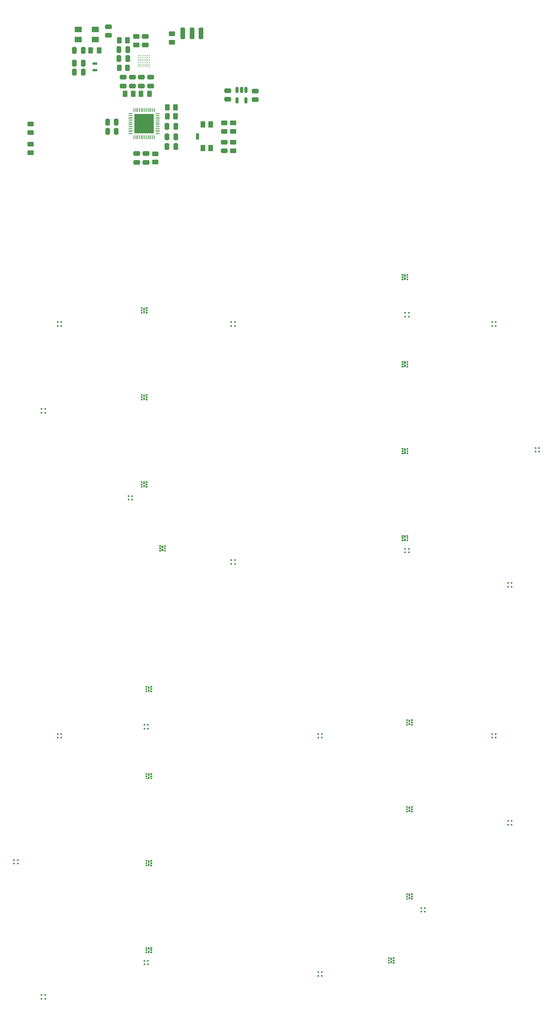
<source format=gbr>
%TF.GenerationSoftware,KiCad,Pcbnew,(6.0.6)*%
%TF.CreationDate,2022-09-03T22:19:59-07:00*%
%TF.ProjectId,NourK,4e6f7572-4b2e-46b6-9963-61645f706362,rev?*%
%TF.SameCoordinates,Original*%
%TF.FileFunction,Paste,Top*%
%TF.FilePolarity,Positive*%
%FSLAX46Y46*%
G04 Gerber Fmt 4.6, Leading zero omitted, Abs format (unit mm)*
G04 Created by KiCad (PCBNEW (6.0.6)) date 2022-09-03 22:19:59*
%MOMM*%
%LPD*%
G01*
G04 APERTURE LIST*
G04 Aperture macros list*
%AMRoundRect*
0 Rectangle with rounded corners*
0 $1 Rounding radius*
0 $2 $3 $4 $5 $6 $7 $8 $9 X,Y pos of 4 corners*
0 Add a 4 corners polygon primitive as box body*
4,1,4,$2,$3,$4,$5,$6,$7,$8,$9,$2,$3,0*
0 Add four circle primitives for the rounded corners*
1,1,$1+$1,$2,$3*
1,1,$1+$1,$4,$5*
1,1,$1+$1,$6,$7*
1,1,$1+$1,$8,$9*
0 Add four rect primitives between the rounded corners*
20,1,$1+$1,$2,$3,$4,$5,0*
20,1,$1+$1,$4,$5,$6,$7,0*
20,1,$1+$1,$6,$7,$8,$9,0*
20,1,$1+$1,$8,$9,$2,$3,0*%
G04 Aperture macros list end*
%ADD10C,0.010000*%
%ADD11RoundRect,0.250000X-0.475000X0.250000X-0.475000X-0.250000X0.475000X-0.250000X0.475000X0.250000X0*%
%ADD12RoundRect,0.250000X0.262500X0.450000X-0.262500X0.450000X-0.262500X-0.450000X0.262500X-0.450000X0*%
%ADD13R,0.400000X0.400000*%
%ADD14RoundRect,0.250000X0.250000X0.475000X-0.250000X0.475000X-0.250000X-0.475000X0.250000X-0.475000X0*%
%ADD15RoundRect,0.250000X-0.262500X-0.450000X0.262500X-0.450000X0.262500X0.450000X-0.262500X0.450000X0*%
%ADD16RoundRect,0.250000X-0.450000X0.262500X-0.450000X-0.262500X0.450000X-0.262500X0.450000X0.262500X0*%
%ADD17RoundRect,0.250000X0.450000X-0.262500X0.450000X0.262500X-0.450000X0.262500X-0.450000X-0.262500X0*%
%ADD18R,0.650000X1.400000*%
%ADD19R,1.000000X1.450000*%
%ADD20R,1.600000X1.250000*%
%ADD21RoundRect,0.250000X0.250000X1.000000X-0.250000X1.000000X-0.250000X-1.000000X0.250000X-1.000000X0*%
%ADD22R,0.200000X0.850000*%
%ADD23R,0.850000X0.200000*%
%ADD24R,4.250000X4.250000*%
%ADD25R,1.100000X0.600000*%
%ADD26RoundRect,0.250000X0.475000X-0.250000X0.475000X0.250000X-0.475000X0.250000X-0.475000X-0.250000X0*%
%ADD27C,0.220000*%
%ADD28RoundRect,0.150000X-0.150000X0.512500X-0.150000X-0.512500X0.150000X-0.512500X0.150000X0.512500X0*%
G04 APERTURE END LIST*
%TO.C,D46*%
G36*
X82620000Y-173375000D02*
G01*
X82320000Y-173375000D01*
X82320000Y-173125000D01*
X82620000Y-173125000D01*
X82620000Y-173375000D01*
G37*
D10*
X82620000Y-173375000D02*
X82320000Y-173375000D01*
X82320000Y-173125000D01*
X82620000Y-173125000D01*
X82620000Y-173375000D01*
G36*
X83135000Y-172615000D02*
G01*
X82865000Y-172615000D01*
X82865000Y-172185000D01*
X83135000Y-172185000D01*
X83135000Y-172615000D01*
G37*
X83135000Y-172615000D02*
X82865000Y-172615000D01*
X82865000Y-172185000D01*
X83135000Y-172185000D01*
X83135000Y-172615000D01*
G36*
X82620000Y-172875000D02*
G01*
X82320000Y-172875000D01*
X82320000Y-172625000D01*
X82620000Y-172625000D01*
X82620000Y-172875000D01*
G37*
X82620000Y-172875000D02*
X82320000Y-172875000D01*
X82320000Y-172625000D01*
X82620000Y-172625000D01*
X82620000Y-172875000D01*
G36*
X83680000Y-172375000D02*
G01*
X83380000Y-172375000D01*
X83380000Y-172125000D01*
X83680000Y-172125000D01*
X83680000Y-172375000D01*
G37*
X83680000Y-172375000D02*
X83380000Y-172375000D01*
X83380000Y-172125000D01*
X83680000Y-172125000D01*
X83680000Y-172375000D01*
G36*
X83680000Y-172875000D02*
G01*
X83380000Y-172875000D01*
X83380000Y-172625000D01*
X83680000Y-172625000D01*
X83680000Y-172875000D01*
G37*
X83680000Y-172875000D02*
X83380000Y-172875000D01*
X83380000Y-172625000D01*
X83680000Y-172625000D01*
X83680000Y-172875000D01*
G36*
X83680000Y-173375000D02*
G01*
X83380000Y-173375000D01*
X83380000Y-173125000D01*
X83680000Y-173125000D01*
X83680000Y-173375000D01*
G37*
X83680000Y-173375000D02*
X83380000Y-173375000D01*
X83380000Y-173125000D01*
X83680000Y-173125000D01*
X83680000Y-173375000D01*
G36*
X83135000Y-173315000D02*
G01*
X82865000Y-173315000D01*
X82865000Y-172885000D01*
X83135000Y-172885000D01*
X83135000Y-173315000D01*
G37*
X83135000Y-173315000D02*
X82865000Y-173315000D01*
X82865000Y-172885000D01*
X83135000Y-172885000D01*
X83135000Y-173315000D01*
G36*
X82620000Y-172375000D02*
G01*
X82320000Y-172375000D01*
X82320000Y-172125000D01*
X82620000Y-172125000D01*
X82620000Y-172375000D01*
G37*
X82620000Y-172375000D02*
X82320000Y-172375000D01*
X82320000Y-172125000D01*
X82620000Y-172125000D01*
X82620000Y-172375000D01*
%TO.C,D49*%
G36*
X83135000Y-229615000D02*
G01*
X82865000Y-229615000D01*
X82865000Y-229185000D01*
X83135000Y-229185000D01*
X83135000Y-229615000D01*
G37*
X83135000Y-229615000D02*
X82865000Y-229615000D01*
X82865000Y-229185000D01*
X83135000Y-229185000D01*
X83135000Y-229615000D01*
G36*
X83680000Y-230375000D02*
G01*
X83380000Y-230375000D01*
X83380000Y-230125000D01*
X83680000Y-230125000D01*
X83680000Y-230375000D01*
G37*
X83680000Y-230375000D02*
X83380000Y-230375000D01*
X83380000Y-230125000D01*
X83680000Y-230125000D01*
X83680000Y-230375000D01*
G36*
X82620000Y-229875000D02*
G01*
X82320000Y-229875000D01*
X82320000Y-229625000D01*
X82620000Y-229625000D01*
X82620000Y-229875000D01*
G37*
X82620000Y-229875000D02*
X82320000Y-229875000D01*
X82320000Y-229625000D01*
X82620000Y-229625000D01*
X82620000Y-229875000D01*
G36*
X83680000Y-229375000D02*
G01*
X83380000Y-229375000D01*
X83380000Y-229125000D01*
X83680000Y-229125000D01*
X83680000Y-229375000D01*
G37*
X83680000Y-229375000D02*
X83380000Y-229375000D01*
X83380000Y-229125000D01*
X83680000Y-229125000D01*
X83680000Y-229375000D01*
G36*
X82620000Y-229375000D02*
G01*
X82320000Y-229375000D01*
X82320000Y-229125000D01*
X82620000Y-229125000D01*
X82620000Y-229375000D01*
G37*
X82620000Y-229375000D02*
X82320000Y-229375000D01*
X82320000Y-229125000D01*
X82620000Y-229125000D01*
X82620000Y-229375000D01*
G36*
X83680000Y-229875000D02*
G01*
X83380000Y-229875000D01*
X83380000Y-229625000D01*
X83680000Y-229625000D01*
X83680000Y-229875000D01*
G37*
X83680000Y-229875000D02*
X83380000Y-229875000D01*
X83380000Y-229625000D01*
X83680000Y-229625000D01*
X83680000Y-229875000D01*
G36*
X83135000Y-230315000D02*
G01*
X82865000Y-230315000D01*
X82865000Y-229885000D01*
X83135000Y-229885000D01*
X83135000Y-230315000D01*
G37*
X83135000Y-230315000D02*
X82865000Y-230315000D01*
X82865000Y-229885000D01*
X83135000Y-229885000D01*
X83135000Y-230315000D01*
G36*
X82620000Y-230375000D02*
G01*
X82320000Y-230375000D01*
X82320000Y-230125000D01*
X82620000Y-230125000D01*
X82620000Y-230375000D01*
G37*
X82620000Y-230375000D02*
X82320000Y-230375000D01*
X82320000Y-230125000D01*
X82620000Y-230125000D01*
X82620000Y-230375000D01*
%TO.C,D5*%
G36*
X81620000Y-90625000D02*
G01*
X81320000Y-90625000D01*
X81320000Y-90375000D01*
X81620000Y-90375000D01*
X81620000Y-90625000D01*
G37*
X81620000Y-90625000D02*
X81320000Y-90625000D01*
X81320000Y-90375000D01*
X81620000Y-90375000D01*
X81620000Y-90625000D01*
G36*
X82135000Y-89865000D02*
G01*
X81865000Y-89865000D01*
X81865000Y-89435000D01*
X82135000Y-89435000D01*
X82135000Y-89865000D01*
G37*
X82135000Y-89865000D02*
X81865000Y-89865000D01*
X81865000Y-89435000D01*
X82135000Y-89435000D01*
X82135000Y-89865000D01*
G36*
X82135000Y-90565000D02*
G01*
X81865000Y-90565000D01*
X81865000Y-90135000D01*
X82135000Y-90135000D01*
X82135000Y-90565000D01*
G37*
X82135000Y-90565000D02*
X81865000Y-90565000D01*
X81865000Y-90135000D01*
X82135000Y-90135000D01*
X82135000Y-90565000D01*
G36*
X81620000Y-89625000D02*
G01*
X81320000Y-89625000D01*
X81320000Y-89375000D01*
X81620000Y-89375000D01*
X81620000Y-89625000D01*
G37*
X81620000Y-89625000D02*
X81320000Y-89625000D01*
X81320000Y-89375000D01*
X81620000Y-89375000D01*
X81620000Y-89625000D01*
G36*
X82680000Y-90125000D02*
G01*
X82380000Y-90125000D01*
X82380000Y-89875000D01*
X82680000Y-89875000D01*
X82680000Y-90125000D01*
G37*
X82680000Y-90125000D02*
X82380000Y-90125000D01*
X82380000Y-89875000D01*
X82680000Y-89875000D01*
X82680000Y-90125000D01*
G36*
X81620000Y-90125000D02*
G01*
X81320000Y-90125000D01*
X81320000Y-89875000D01*
X81620000Y-89875000D01*
X81620000Y-90125000D01*
G37*
X81620000Y-90125000D02*
X81320000Y-90125000D01*
X81320000Y-89875000D01*
X81620000Y-89875000D01*
X81620000Y-90125000D01*
G36*
X82680000Y-90625000D02*
G01*
X82380000Y-90625000D01*
X82380000Y-90375000D01*
X82680000Y-90375000D01*
X82680000Y-90625000D01*
G37*
X82680000Y-90625000D02*
X82380000Y-90625000D01*
X82380000Y-90375000D01*
X82680000Y-90375000D01*
X82680000Y-90625000D01*
G36*
X82680000Y-89625000D02*
G01*
X82380000Y-89625000D01*
X82380000Y-89375000D01*
X82680000Y-89375000D01*
X82680000Y-89625000D01*
G37*
X82680000Y-89625000D02*
X82380000Y-89625000D01*
X82380000Y-89375000D01*
X82680000Y-89375000D01*
X82680000Y-89625000D01*
%TO.C,D43*%
G36*
X140680000Y-198625000D02*
G01*
X140380000Y-198625000D01*
X140380000Y-198375000D01*
X140680000Y-198375000D01*
X140680000Y-198625000D01*
G37*
X140680000Y-198625000D02*
X140380000Y-198625000D01*
X140380000Y-198375000D01*
X140680000Y-198375000D01*
X140680000Y-198625000D01*
G36*
X139620000Y-199125000D02*
G01*
X139320000Y-199125000D01*
X139320000Y-198875000D01*
X139620000Y-198875000D01*
X139620000Y-199125000D01*
G37*
X139620000Y-199125000D02*
X139320000Y-199125000D01*
X139320000Y-198875000D01*
X139620000Y-198875000D01*
X139620000Y-199125000D01*
G36*
X140680000Y-199125000D02*
G01*
X140380000Y-199125000D01*
X140380000Y-198875000D01*
X140680000Y-198875000D01*
X140680000Y-199125000D01*
G37*
X140680000Y-199125000D02*
X140380000Y-199125000D01*
X140380000Y-198875000D01*
X140680000Y-198875000D01*
X140680000Y-199125000D01*
G36*
X140135000Y-198865000D02*
G01*
X139865000Y-198865000D01*
X139865000Y-198435000D01*
X140135000Y-198435000D01*
X140135000Y-198865000D01*
G37*
X140135000Y-198865000D02*
X139865000Y-198865000D01*
X139865000Y-198435000D01*
X140135000Y-198435000D01*
X140135000Y-198865000D01*
G36*
X139620000Y-199625000D02*
G01*
X139320000Y-199625000D01*
X139320000Y-199375000D01*
X139620000Y-199375000D01*
X139620000Y-199625000D01*
G37*
X139620000Y-199625000D02*
X139320000Y-199625000D01*
X139320000Y-199375000D01*
X139620000Y-199375000D01*
X139620000Y-199625000D01*
G36*
X140680000Y-199625000D02*
G01*
X140380000Y-199625000D01*
X140380000Y-199375000D01*
X140680000Y-199375000D01*
X140680000Y-199625000D01*
G37*
X140680000Y-199625000D02*
X140380000Y-199625000D01*
X140380000Y-199375000D01*
X140680000Y-199375000D01*
X140680000Y-199625000D01*
G36*
X139620000Y-198625000D02*
G01*
X139320000Y-198625000D01*
X139320000Y-198375000D01*
X139620000Y-198375000D01*
X139620000Y-198625000D01*
G37*
X139620000Y-198625000D02*
X139320000Y-198625000D01*
X139320000Y-198375000D01*
X139620000Y-198375000D01*
X139620000Y-198625000D01*
G36*
X140135000Y-199565000D02*
G01*
X139865000Y-199565000D01*
X139865000Y-199135000D01*
X140135000Y-199135000D01*
X140135000Y-199565000D01*
G37*
X140135000Y-199565000D02*
X139865000Y-199565000D01*
X139865000Y-199135000D01*
X140135000Y-199135000D01*
X140135000Y-199565000D01*
%TO.C,D2*%
G36*
X138620000Y-101375000D02*
G01*
X138320000Y-101375000D01*
X138320000Y-101125000D01*
X138620000Y-101125000D01*
X138620000Y-101375000D01*
G37*
X138620000Y-101375000D02*
X138320000Y-101375000D01*
X138320000Y-101125000D01*
X138620000Y-101125000D01*
X138620000Y-101375000D01*
G36*
X139680000Y-101375000D02*
G01*
X139380000Y-101375000D01*
X139380000Y-101125000D01*
X139680000Y-101125000D01*
X139680000Y-101375000D01*
G37*
X139680000Y-101375000D02*
X139380000Y-101375000D01*
X139380000Y-101125000D01*
X139680000Y-101125000D01*
X139680000Y-101375000D01*
G36*
X139135000Y-101615000D02*
G01*
X138865000Y-101615000D01*
X138865000Y-101185000D01*
X139135000Y-101185000D01*
X139135000Y-101615000D01*
G37*
X139135000Y-101615000D02*
X138865000Y-101615000D01*
X138865000Y-101185000D01*
X139135000Y-101185000D01*
X139135000Y-101615000D01*
G36*
X139680000Y-102375000D02*
G01*
X139380000Y-102375000D01*
X139380000Y-102125000D01*
X139680000Y-102125000D01*
X139680000Y-102375000D01*
G37*
X139680000Y-102375000D02*
X139380000Y-102375000D01*
X139380000Y-102125000D01*
X139680000Y-102125000D01*
X139680000Y-102375000D01*
G36*
X139680000Y-101875000D02*
G01*
X139380000Y-101875000D01*
X139380000Y-101625000D01*
X139680000Y-101625000D01*
X139680000Y-101875000D01*
G37*
X139680000Y-101875000D02*
X139380000Y-101875000D01*
X139380000Y-101625000D01*
X139680000Y-101625000D01*
X139680000Y-101875000D01*
G36*
X138620000Y-101875000D02*
G01*
X138320000Y-101875000D01*
X138320000Y-101625000D01*
X138620000Y-101625000D01*
X138620000Y-101875000D01*
G37*
X138620000Y-101875000D02*
X138320000Y-101875000D01*
X138320000Y-101625000D01*
X138620000Y-101625000D01*
X138620000Y-101875000D01*
G36*
X138620000Y-102375000D02*
G01*
X138320000Y-102375000D01*
X138320000Y-102125000D01*
X138620000Y-102125000D01*
X138620000Y-102375000D01*
G37*
X138620000Y-102375000D02*
X138320000Y-102375000D01*
X138320000Y-102125000D01*
X138620000Y-102125000D01*
X138620000Y-102375000D01*
G36*
X139135000Y-102315000D02*
G01*
X138865000Y-102315000D01*
X138865000Y-101885000D01*
X139135000Y-101885000D01*
X139135000Y-102315000D01*
G37*
X139135000Y-102315000D02*
X138865000Y-102315000D01*
X138865000Y-101885000D01*
X139135000Y-101885000D01*
X139135000Y-102315000D01*
%TO.C,D4*%
G36*
X139135000Y-140315000D02*
G01*
X138865000Y-140315000D01*
X138865000Y-139885000D01*
X139135000Y-139885000D01*
X139135000Y-140315000D01*
G37*
X139135000Y-140315000D02*
X138865000Y-140315000D01*
X138865000Y-139885000D01*
X139135000Y-139885000D01*
X139135000Y-140315000D01*
G36*
X139680000Y-140375000D02*
G01*
X139380000Y-140375000D01*
X139380000Y-140125000D01*
X139680000Y-140125000D01*
X139680000Y-140375000D01*
G37*
X139680000Y-140375000D02*
X139380000Y-140375000D01*
X139380000Y-140125000D01*
X139680000Y-140125000D01*
X139680000Y-140375000D01*
G36*
X139680000Y-139375000D02*
G01*
X139380000Y-139375000D01*
X139380000Y-139125000D01*
X139680000Y-139125000D01*
X139680000Y-139375000D01*
G37*
X139680000Y-139375000D02*
X139380000Y-139375000D01*
X139380000Y-139125000D01*
X139680000Y-139125000D01*
X139680000Y-139375000D01*
G36*
X138620000Y-139375000D02*
G01*
X138320000Y-139375000D01*
X138320000Y-139125000D01*
X138620000Y-139125000D01*
X138620000Y-139375000D01*
G37*
X138620000Y-139375000D02*
X138320000Y-139375000D01*
X138320000Y-139125000D01*
X138620000Y-139125000D01*
X138620000Y-139375000D01*
G36*
X138620000Y-139875000D02*
G01*
X138320000Y-139875000D01*
X138320000Y-139625000D01*
X138620000Y-139625000D01*
X138620000Y-139875000D01*
G37*
X138620000Y-139875000D02*
X138320000Y-139875000D01*
X138320000Y-139625000D01*
X138620000Y-139625000D01*
X138620000Y-139875000D01*
G36*
X139680000Y-139875000D02*
G01*
X139380000Y-139875000D01*
X139380000Y-139625000D01*
X139680000Y-139625000D01*
X139680000Y-139875000D01*
G37*
X139680000Y-139875000D02*
X139380000Y-139875000D01*
X139380000Y-139625000D01*
X139680000Y-139625000D01*
X139680000Y-139875000D01*
G36*
X138620000Y-140375000D02*
G01*
X138320000Y-140375000D01*
X138320000Y-140125000D01*
X138620000Y-140125000D01*
X138620000Y-140375000D01*
G37*
X138620000Y-140375000D02*
X138320000Y-140375000D01*
X138320000Y-140125000D01*
X138620000Y-140125000D01*
X138620000Y-140375000D01*
G36*
X139135000Y-139615000D02*
G01*
X138865000Y-139615000D01*
X138865000Y-139185000D01*
X139135000Y-139185000D01*
X139135000Y-139615000D01*
G37*
X139135000Y-139615000D02*
X138865000Y-139615000D01*
X138865000Y-139185000D01*
X139135000Y-139185000D01*
X139135000Y-139615000D01*
%TO.C,D44*%
G36*
X139620000Y-218625000D02*
G01*
X139320000Y-218625000D01*
X139320000Y-218375000D01*
X139620000Y-218375000D01*
X139620000Y-218625000D01*
G37*
X139620000Y-218625000D02*
X139320000Y-218625000D01*
X139320000Y-218375000D01*
X139620000Y-218375000D01*
X139620000Y-218625000D01*
G36*
X140680000Y-218125000D02*
G01*
X140380000Y-218125000D01*
X140380000Y-217875000D01*
X140680000Y-217875000D01*
X140680000Y-218125000D01*
G37*
X140680000Y-218125000D02*
X140380000Y-218125000D01*
X140380000Y-217875000D01*
X140680000Y-217875000D01*
X140680000Y-218125000D01*
G36*
X140680000Y-218625000D02*
G01*
X140380000Y-218625000D01*
X140380000Y-218375000D01*
X140680000Y-218375000D01*
X140680000Y-218625000D01*
G37*
X140680000Y-218625000D02*
X140380000Y-218625000D01*
X140380000Y-218375000D01*
X140680000Y-218375000D01*
X140680000Y-218625000D01*
G36*
X140135000Y-218565000D02*
G01*
X139865000Y-218565000D01*
X139865000Y-218135000D01*
X140135000Y-218135000D01*
X140135000Y-218565000D01*
G37*
X140135000Y-218565000D02*
X139865000Y-218565000D01*
X139865000Y-218135000D01*
X140135000Y-218135000D01*
X140135000Y-218565000D01*
G36*
X140135000Y-217865000D02*
G01*
X139865000Y-217865000D01*
X139865000Y-217435000D01*
X140135000Y-217435000D01*
X140135000Y-217865000D01*
G37*
X140135000Y-217865000D02*
X139865000Y-217865000D01*
X139865000Y-217435000D01*
X140135000Y-217435000D01*
X140135000Y-217865000D01*
G36*
X140680000Y-217625000D02*
G01*
X140380000Y-217625000D01*
X140380000Y-217375000D01*
X140680000Y-217375000D01*
X140680000Y-217625000D01*
G37*
X140680000Y-217625000D02*
X140380000Y-217625000D01*
X140380000Y-217375000D01*
X140680000Y-217375000D01*
X140680000Y-217625000D01*
G36*
X139620000Y-217625000D02*
G01*
X139320000Y-217625000D01*
X139320000Y-217375000D01*
X139620000Y-217375000D01*
X139620000Y-217625000D01*
G37*
X139620000Y-217625000D02*
X139320000Y-217625000D01*
X139320000Y-217375000D01*
X139620000Y-217375000D01*
X139620000Y-217625000D01*
G36*
X139620000Y-218125000D02*
G01*
X139320000Y-218125000D01*
X139320000Y-217875000D01*
X139620000Y-217875000D01*
X139620000Y-218125000D01*
G37*
X139620000Y-218125000D02*
X139320000Y-218125000D01*
X139320000Y-217875000D01*
X139620000Y-217875000D01*
X139620000Y-218125000D01*
%TO.C,D1*%
G36*
X139135000Y-83315000D02*
G01*
X138865000Y-83315000D01*
X138865000Y-82885000D01*
X139135000Y-82885000D01*
X139135000Y-83315000D01*
G37*
X139135000Y-83315000D02*
X138865000Y-83315000D01*
X138865000Y-82885000D01*
X139135000Y-82885000D01*
X139135000Y-83315000D01*
G36*
X139135000Y-82615000D02*
G01*
X138865000Y-82615000D01*
X138865000Y-82185000D01*
X139135000Y-82185000D01*
X139135000Y-82615000D01*
G37*
X139135000Y-82615000D02*
X138865000Y-82615000D01*
X138865000Y-82185000D01*
X139135000Y-82185000D01*
X139135000Y-82615000D01*
G36*
X138620000Y-83375000D02*
G01*
X138320000Y-83375000D01*
X138320000Y-83125000D01*
X138620000Y-83125000D01*
X138620000Y-83375000D01*
G37*
X138620000Y-83375000D02*
X138320000Y-83375000D01*
X138320000Y-83125000D01*
X138620000Y-83125000D01*
X138620000Y-83375000D01*
G36*
X139680000Y-82375000D02*
G01*
X139380000Y-82375000D01*
X139380000Y-82125000D01*
X139680000Y-82125000D01*
X139680000Y-82375000D01*
G37*
X139680000Y-82375000D02*
X139380000Y-82375000D01*
X139380000Y-82125000D01*
X139680000Y-82125000D01*
X139680000Y-82375000D01*
G36*
X138620000Y-82875000D02*
G01*
X138320000Y-82875000D01*
X138320000Y-82625000D01*
X138620000Y-82625000D01*
X138620000Y-82875000D01*
G37*
X138620000Y-82875000D02*
X138320000Y-82875000D01*
X138320000Y-82625000D01*
X138620000Y-82625000D01*
X138620000Y-82875000D01*
G36*
X139680000Y-82875000D02*
G01*
X139380000Y-82875000D01*
X139380000Y-82625000D01*
X139680000Y-82625000D01*
X139680000Y-82875000D01*
G37*
X139680000Y-82875000D02*
X139380000Y-82875000D01*
X139380000Y-82625000D01*
X139680000Y-82625000D01*
X139680000Y-82875000D01*
G36*
X138620000Y-82375000D02*
G01*
X138320000Y-82375000D01*
X138320000Y-82125000D01*
X138620000Y-82125000D01*
X138620000Y-82375000D01*
G37*
X138620000Y-82375000D02*
X138320000Y-82375000D01*
X138320000Y-82125000D01*
X138620000Y-82125000D01*
X138620000Y-82375000D01*
G36*
X139680000Y-83375000D02*
G01*
X139380000Y-83375000D01*
X139380000Y-83125000D01*
X139680000Y-83125000D01*
X139680000Y-83375000D01*
G37*
X139680000Y-83375000D02*
X139380000Y-83375000D01*
X139380000Y-83125000D01*
X139680000Y-83125000D01*
X139680000Y-83375000D01*
%TO.C,D45*%
G36*
X135620000Y-231625000D02*
G01*
X135320000Y-231625000D01*
X135320000Y-231375000D01*
X135620000Y-231375000D01*
X135620000Y-231625000D01*
G37*
X135620000Y-231625000D02*
X135320000Y-231625000D01*
X135320000Y-231375000D01*
X135620000Y-231375000D01*
X135620000Y-231625000D01*
G36*
X136680000Y-231625000D02*
G01*
X136380000Y-231625000D01*
X136380000Y-231375000D01*
X136680000Y-231375000D01*
X136680000Y-231625000D01*
G37*
X136680000Y-231625000D02*
X136380000Y-231625000D01*
X136380000Y-231375000D01*
X136680000Y-231375000D01*
X136680000Y-231625000D01*
G36*
X136680000Y-232125000D02*
G01*
X136380000Y-232125000D01*
X136380000Y-231875000D01*
X136680000Y-231875000D01*
X136680000Y-232125000D01*
G37*
X136680000Y-232125000D02*
X136380000Y-232125000D01*
X136380000Y-231875000D01*
X136680000Y-231875000D01*
X136680000Y-232125000D01*
G36*
X135620000Y-232125000D02*
G01*
X135320000Y-232125000D01*
X135320000Y-231875000D01*
X135620000Y-231875000D01*
X135620000Y-232125000D01*
G37*
X135620000Y-232125000D02*
X135320000Y-232125000D01*
X135320000Y-231875000D01*
X135620000Y-231875000D01*
X135620000Y-232125000D01*
G36*
X136680000Y-232625000D02*
G01*
X136380000Y-232625000D01*
X136380000Y-232375000D01*
X136680000Y-232375000D01*
X136680000Y-232625000D01*
G37*
X136680000Y-232625000D02*
X136380000Y-232625000D01*
X136380000Y-232375000D01*
X136680000Y-232375000D01*
X136680000Y-232625000D01*
G36*
X136135000Y-231865000D02*
G01*
X135865000Y-231865000D01*
X135865000Y-231435000D01*
X136135000Y-231435000D01*
X136135000Y-231865000D01*
G37*
X136135000Y-231865000D02*
X135865000Y-231865000D01*
X135865000Y-231435000D01*
X136135000Y-231435000D01*
X136135000Y-231865000D01*
G36*
X136135000Y-232565000D02*
G01*
X135865000Y-232565000D01*
X135865000Y-232135000D01*
X136135000Y-232135000D01*
X136135000Y-232565000D01*
G37*
X136135000Y-232565000D02*
X135865000Y-232565000D01*
X135865000Y-232135000D01*
X136135000Y-232135000D01*
X136135000Y-232565000D01*
G36*
X135620000Y-232625000D02*
G01*
X135320000Y-232625000D01*
X135320000Y-232375000D01*
X135620000Y-232375000D01*
X135620000Y-232625000D01*
G37*
X135620000Y-232625000D02*
X135320000Y-232625000D01*
X135320000Y-232375000D01*
X135620000Y-232375000D01*
X135620000Y-232625000D01*
%TO.C,D6*%
G36*
X82680000Y-109125000D02*
G01*
X82380000Y-109125000D01*
X82380000Y-108875000D01*
X82680000Y-108875000D01*
X82680000Y-109125000D01*
G37*
X82680000Y-109125000D02*
X82380000Y-109125000D01*
X82380000Y-108875000D01*
X82680000Y-108875000D01*
X82680000Y-109125000D01*
G36*
X81620000Y-108625000D02*
G01*
X81320000Y-108625000D01*
X81320000Y-108375000D01*
X81620000Y-108375000D01*
X81620000Y-108625000D01*
G37*
X81620000Y-108625000D02*
X81320000Y-108625000D01*
X81320000Y-108375000D01*
X81620000Y-108375000D01*
X81620000Y-108625000D01*
G36*
X81620000Y-109125000D02*
G01*
X81320000Y-109125000D01*
X81320000Y-108875000D01*
X81620000Y-108875000D01*
X81620000Y-109125000D01*
G37*
X81620000Y-109125000D02*
X81320000Y-109125000D01*
X81320000Y-108875000D01*
X81620000Y-108875000D01*
X81620000Y-109125000D01*
G36*
X82135000Y-109565000D02*
G01*
X81865000Y-109565000D01*
X81865000Y-109135000D01*
X82135000Y-109135000D01*
X82135000Y-109565000D01*
G37*
X82135000Y-109565000D02*
X81865000Y-109565000D01*
X81865000Y-109135000D01*
X82135000Y-109135000D01*
X82135000Y-109565000D01*
G36*
X82135000Y-108865000D02*
G01*
X81865000Y-108865000D01*
X81865000Y-108435000D01*
X82135000Y-108435000D01*
X82135000Y-108865000D01*
G37*
X82135000Y-108865000D02*
X81865000Y-108865000D01*
X81865000Y-108435000D01*
X82135000Y-108435000D01*
X82135000Y-108865000D01*
G36*
X81620000Y-109625000D02*
G01*
X81320000Y-109625000D01*
X81320000Y-109375000D01*
X81620000Y-109375000D01*
X81620000Y-109625000D01*
G37*
X81620000Y-109625000D02*
X81320000Y-109625000D01*
X81320000Y-109375000D01*
X81620000Y-109375000D01*
X81620000Y-109625000D01*
G36*
X82680000Y-109625000D02*
G01*
X82380000Y-109625000D01*
X82380000Y-109375000D01*
X82680000Y-109375000D01*
X82680000Y-109625000D01*
G37*
X82680000Y-109625000D02*
X82380000Y-109625000D01*
X82380000Y-109375000D01*
X82680000Y-109375000D01*
X82680000Y-109625000D01*
G36*
X82680000Y-108625000D02*
G01*
X82380000Y-108625000D01*
X82380000Y-108375000D01*
X82680000Y-108375000D01*
X82680000Y-108625000D01*
G37*
X82680000Y-108625000D02*
X82380000Y-108625000D01*
X82380000Y-108375000D01*
X82680000Y-108375000D01*
X82680000Y-108625000D01*
%TO.C,D7*%
G36*
X82680000Y-128625000D02*
G01*
X82380000Y-128625000D01*
X82380000Y-128375000D01*
X82680000Y-128375000D01*
X82680000Y-128625000D01*
G37*
X82680000Y-128625000D02*
X82380000Y-128625000D01*
X82380000Y-128375000D01*
X82680000Y-128375000D01*
X82680000Y-128625000D01*
G36*
X82680000Y-127625000D02*
G01*
X82380000Y-127625000D01*
X82380000Y-127375000D01*
X82680000Y-127375000D01*
X82680000Y-127625000D01*
G37*
X82680000Y-127625000D02*
X82380000Y-127625000D01*
X82380000Y-127375000D01*
X82680000Y-127375000D01*
X82680000Y-127625000D01*
G36*
X82680000Y-128125000D02*
G01*
X82380000Y-128125000D01*
X82380000Y-127875000D01*
X82680000Y-127875000D01*
X82680000Y-128125000D01*
G37*
X82680000Y-128125000D02*
X82380000Y-128125000D01*
X82380000Y-127875000D01*
X82680000Y-127875000D01*
X82680000Y-128125000D01*
G36*
X81620000Y-127625000D02*
G01*
X81320000Y-127625000D01*
X81320000Y-127375000D01*
X81620000Y-127375000D01*
X81620000Y-127625000D01*
G37*
X81620000Y-127625000D02*
X81320000Y-127625000D01*
X81320000Y-127375000D01*
X81620000Y-127375000D01*
X81620000Y-127625000D01*
G36*
X81620000Y-128625000D02*
G01*
X81320000Y-128625000D01*
X81320000Y-128375000D01*
X81620000Y-128375000D01*
X81620000Y-128625000D01*
G37*
X81620000Y-128625000D02*
X81320000Y-128625000D01*
X81320000Y-128375000D01*
X81620000Y-128375000D01*
X81620000Y-128625000D01*
G36*
X82135000Y-128565000D02*
G01*
X81865000Y-128565000D01*
X81865000Y-128135000D01*
X82135000Y-128135000D01*
X82135000Y-128565000D01*
G37*
X82135000Y-128565000D02*
X81865000Y-128565000D01*
X81865000Y-128135000D01*
X82135000Y-128135000D01*
X82135000Y-128565000D01*
G36*
X82135000Y-127865000D02*
G01*
X81865000Y-127865000D01*
X81865000Y-127435000D01*
X82135000Y-127435000D01*
X82135000Y-127865000D01*
G37*
X82135000Y-127865000D02*
X81865000Y-127865000D01*
X81865000Y-127435000D01*
X82135000Y-127435000D01*
X82135000Y-127865000D01*
G36*
X81620000Y-128125000D02*
G01*
X81320000Y-128125000D01*
X81320000Y-127875000D01*
X81620000Y-127875000D01*
X81620000Y-128125000D01*
G37*
X81620000Y-128125000D02*
X81320000Y-128125000D01*
X81320000Y-127875000D01*
X81620000Y-127875000D01*
X81620000Y-128125000D01*
%TO.C,D8*%
G36*
X86680000Y-141625000D02*
G01*
X86380000Y-141625000D01*
X86380000Y-141375000D01*
X86680000Y-141375000D01*
X86680000Y-141625000D01*
G37*
X86680000Y-141625000D02*
X86380000Y-141625000D01*
X86380000Y-141375000D01*
X86680000Y-141375000D01*
X86680000Y-141625000D01*
G36*
X86135000Y-141865000D02*
G01*
X85865000Y-141865000D01*
X85865000Y-141435000D01*
X86135000Y-141435000D01*
X86135000Y-141865000D01*
G37*
X86135000Y-141865000D02*
X85865000Y-141865000D01*
X85865000Y-141435000D01*
X86135000Y-141435000D01*
X86135000Y-141865000D01*
G36*
X85620000Y-141625000D02*
G01*
X85320000Y-141625000D01*
X85320000Y-141375000D01*
X85620000Y-141375000D01*
X85620000Y-141625000D01*
G37*
X85620000Y-141625000D02*
X85320000Y-141625000D01*
X85320000Y-141375000D01*
X85620000Y-141375000D01*
X85620000Y-141625000D01*
G36*
X85620000Y-142625000D02*
G01*
X85320000Y-142625000D01*
X85320000Y-142375000D01*
X85620000Y-142375000D01*
X85620000Y-142625000D01*
G37*
X85620000Y-142625000D02*
X85320000Y-142625000D01*
X85320000Y-142375000D01*
X85620000Y-142375000D01*
X85620000Y-142625000D01*
G36*
X86135000Y-142565000D02*
G01*
X85865000Y-142565000D01*
X85865000Y-142135000D01*
X86135000Y-142135000D01*
X86135000Y-142565000D01*
G37*
X86135000Y-142565000D02*
X85865000Y-142565000D01*
X85865000Y-142135000D01*
X86135000Y-142135000D01*
X86135000Y-142565000D01*
G36*
X86680000Y-142125000D02*
G01*
X86380000Y-142125000D01*
X86380000Y-141875000D01*
X86680000Y-141875000D01*
X86680000Y-142125000D01*
G37*
X86680000Y-142125000D02*
X86380000Y-142125000D01*
X86380000Y-141875000D01*
X86680000Y-141875000D01*
X86680000Y-142125000D01*
G36*
X85620000Y-142125000D02*
G01*
X85320000Y-142125000D01*
X85320000Y-141875000D01*
X85620000Y-141875000D01*
X85620000Y-142125000D01*
G37*
X85620000Y-142125000D02*
X85320000Y-142125000D01*
X85320000Y-141875000D01*
X85620000Y-141875000D01*
X85620000Y-142125000D01*
G36*
X86680000Y-142625000D02*
G01*
X86380000Y-142625000D01*
X86380000Y-142375000D01*
X86680000Y-142375000D01*
X86680000Y-142625000D01*
G37*
X86680000Y-142625000D02*
X86380000Y-142625000D01*
X86380000Y-142375000D01*
X86680000Y-142375000D01*
X86680000Y-142625000D01*
%TO.C,D3*%
G36*
X138620000Y-120875000D02*
G01*
X138320000Y-120875000D01*
X138320000Y-120625000D01*
X138620000Y-120625000D01*
X138620000Y-120875000D01*
G37*
X138620000Y-120875000D02*
X138320000Y-120875000D01*
X138320000Y-120625000D01*
X138620000Y-120625000D01*
X138620000Y-120875000D01*
G36*
X139135000Y-120615000D02*
G01*
X138865000Y-120615000D01*
X138865000Y-120185000D01*
X139135000Y-120185000D01*
X139135000Y-120615000D01*
G37*
X139135000Y-120615000D02*
X138865000Y-120615000D01*
X138865000Y-120185000D01*
X139135000Y-120185000D01*
X139135000Y-120615000D01*
G36*
X139680000Y-121375000D02*
G01*
X139380000Y-121375000D01*
X139380000Y-121125000D01*
X139680000Y-121125000D01*
X139680000Y-121375000D01*
G37*
X139680000Y-121375000D02*
X139380000Y-121375000D01*
X139380000Y-121125000D01*
X139680000Y-121125000D01*
X139680000Y-121375000D01*
G36*
X139135000Y-121315000D02*
G01*
X138865000Y-121315000D01*
X138865000Y-120885000D01*
X139135000Y-120885000D01*
X139135000Y-121315000D01*
G37*
X139135000Y-121315000D02*
X138865000Y-121315000D01*
X138865000Y-120885000D01*
X139135000Y-120885000D01*
X139135000Y-121315000D01*
G36*
X138620000Y-120375000D02*
G01*
X138320000Y-120375000D01*
X138320000Y-120125000D01*
X138620000Y-120125000D01*
X138620000Y-120375000D01*
G37*
X138620000Y-120375000D02*
X138320000Y-120375000D01*
X138320000Y-120125000D01*
X138620000Y-120125000D01*
X138620000Y-120375000D01*
G36*
X139680000Y-120875000D02*
G01*
X139380000Y-120875000D01*
X139380000Y-120625000D01*
X139680000Y-120625000D01*
X139680000Y-120875000D01*
G37*
X139680000Y-120875000D02*
X139380000Y-120875000D01*
X139380000Y-120625000D01*
X139680000Y-120625000D01*
X139680000Y-120875000D01*
G36*
X139680000Y-120375000D02*
G01*
X139380000Y-120375000D01*
X139380000Y-120125000D01*
X139680000Y-120125000D01*
X139680000Y-120375000D01*
G37*
X139680000Y-120375000D02*
X139380000Y-120375000D01*
X139380000Y-120125000D01*
X139680000Y-120125000D01*
X139680000Y-120375000D01*
G36*
X138620000Y-121375000D02*
G01*
X138320000Y-121375000D01*
X138320000Y-121125000D01*
X138620000Y-121125000D01*
X138620000Y-121375000D01*
G37*
X138620000Y-121375000D02*
X138320000Y-121375000D01*
X138320000Y-121125000D01*
X138620000Y-121125000D01*
X138620000Y-121375000D01*
%TO.C,D48*%
G36*
X82620000Y-211375000D02*
G01*
X82320000Y-211375000D01*
X82320000Y-211125000D01*
X82620000Y-211125000D01*
X82620000Y-211375000D01*
G37*
X82620000Y-211375000D02*
X82320000Y-211375000D01*
X82320000Y-211125000D01*
X82620000Y-211125000D01*
X82620000Y-211375000D01*
G36*
X82620000Y-210375000D02*
G01*
X82320000Y-210375000D01*
X82320000Y-210125000D01*
X82620000Y-210125000D01*
X82620000Y-210375000D01*
G37*
X82620000Y-210375000D02*
X82320000Y-210375000D01*
X82320000Y-210125000D01*
X82620000Y-210125000D01*
X82620000Y-210375000D01*
G36*
X83135000Y-210615000D02*
G01*
X82865000Y-210615000D01*
X82865000Y-210185000D01*
X83135000Y-210185000D01*
X83135000Y-210615000D01*
G37*
X83135000Y-210615000D02*
X82865000Y-210615000D01*
X82865000Y-210185000D01*
X83135000Y-210185000D01*
X83135000Y-210615000D01*
G36*
X82620000Y-210875000D02*
G01*
X82320000Y-210875000D01*
X82320000Y-210625000D01*
X82620000Y-210625000D01*
X82620000Y-210875000D01*
G37*
X82620000Y-210875000D02*
X82320000Y-210875000D01*
X82320000Y-210625000D01*
X82620000Y-210625000D01*
X82620000Y-210875000D01*
G36*
X83135000Y-211315000D02*
G01*
X82865000Y-211315000D01*
X82865000Y-210885000D01*
X83135000Y-210885000D01*
X83135000Y-211315000D01*
G37*
X83135000Y-211315000D02*
X82865000Y-211315000D01*
X82865000Y-210885000D01*
X83135000Y-210885000D01*
X83135000Y-211315000D01*
G36*
X83680000Y-211375000D02*
G01*
X83380000Y-211375000D01*
X83380000Y-211125000D01*
X83680000Y-211125000D01*
X83680000Y-211375000D01*
G37*
X83680000Y-211375000D02*
X83380000Y-211375000D01*
X83380000Y-211125000D01*
X83680000Y-211125000D01*
X83680000Y-211375000D01*
G36*
X83680000Y-210375000D02*
G01*
X83380000Y-210375000D01*
X83380000Y-210125000D01*
X83680000Y-210125000D01*
X83680000Y-210375000D01*
G37*
X83680000Y-210375000D02*
X83380000Y-210375000D01*
X83380000Y-210125000D01*
X83680000Y-210125000D01*
X83680000Y-210375000D01*
G36*
X83680000Y-210875000D02*
G01*
X83380000Y-210875000D01*
X83380000Y-210625000D01*
X83680000Y-210625000D01*
X83680000Y-210875000D01*
G37*
X83680000Y-210875000D02*
X83380000Y-210875000D01*
X83380000Y-210625000D01*
X83680000Y-210625000D01*
X83680000Y-210875000D01*
%TO.C,D47*%
G36*
X82620000Y-191375000D02*
G01*
X82320000Y-191375000D01*
X82320000Y-191125000D01*
X82620000Y-191125000D01*
X82620000Y-191375000D01*
G37*
X82620000Y-191375000D02*
X82320000Y-191375000D01*
X82320000Y-191125000D01*
X82620000Y-191125000D01*
X82620000Y-191375000D01*
G36*
X83680000Y-191375000D02*
G01*
X83380000Y-191375000D01*
X83380000Y-191125000D01*
X83680000Y-191125000D01*
X83680000Y-191375000D01*
G37*
X83680000Y-191375000D02*
X83380000Y-191375000D01*
X83380000Y-191125000D01*
X83680000Y-191125000D01*
X83680000Y-191375000D01*
G36*
X83135000Y-192315000D02*
G01*
X82865000Y-192315000D01*
X82865000Y-191885000D01*
X83135000Y-191885000D01*
X83135000Y-192315000D01*
G37*
X83135000Y-192315000D02*
X82865000Y-192315000D01*
X82865000Y-191885000D01*
X83135000Y-191885000D01*
X83135000Y-192315000D01*
G36*
X83680000Y-192375000D02*
G01*
X83380000Y-192375000D01*
X83380000Y-192125000D01*
X83680000Y-192125000D01*
X83680000Y-192375000D01*
G37*
X83680000Y-192375000D02*
X83380000Y-192375000D01*
X83380000Y-192125000D01*
X83680000Y-192125000D01*
X83680000Y-192375000D01*
G36*
X82620000Y-192375000D02*
G01*
X82320000Y-192375000D01*
X82320000Y-192125000D01*
X82620000Y-192125000D01*
X82620000Y-192375000D01*
G37*
X82620000Y-192375000D02*
X82320000Y-192375000D01*
X82320000Y-192125000D01*
X82620000Y-192125000D01*
X82620000Y-192375000D01*
G36*
X83680000Y-191875000D02*
G01*
X83380000Y-191875000D01*
X83380000Y-191625000D01*
X83680000Y-191625000D01*
X83680000Y-191875000D01*
G37*
X83680000Y-191875000D02*
X83380000Y-191875000D01*
X83380000Y-191625000D01*
X83680000Y-191625000D01*
X83680000Y-191875000D01*
G36*
X83135000Y-191615000D02*
G01*
X82865000Y-191615000D01*
X82865000Y-191185000D01*
X83135000Y-191185000D01*
X83135000Y-191615000D01*
G37*
X83135000Y-191615000D02*
X82865000Y-191615000D01*
X82865000Y-191185000D01*
X83135000Y-191185000D01*
X83135000Y-191615000D01*
G36*
X82620000Y-191875000D02*
G01*
X82320000Y-191875000D01*
X82320000Y-191625000D01*
X82620000Y-191625000D01*
X82620000Y-191875000D01*
G37*
X82620000Y-191875000D02*
X82320000Y-191875000D01*
X82320000Y-191625000D01*
X82620000Y-191625000D01*
X82620000Y-191875000D01*
%TO.C,D42*%
G36*
X139620000Y-180625000D02*
G01*
X139320000Y-180625000D01*
X139320000Y-180375000D01*
X139620000Y-180375000D01*
X139620000Y-180625000D01*
G37*
X139620000Y-180625000D02*
X139320000Y-180625000D01*
X139320000Y-180375000D01*
X139620000Y-180375000D01*
X139620000Y-180625000D01*
G36*
X139620000Y-179625000D02*
G01*
X139320000Y-179625000D01*
X139320000Y-179375000D01*
X139620000Y-179375000D01*
X139620000Y-179625000D01*
G37*
X139620000Y-179625000D02*
X139320000Y-179625000D01*
X139320000Y-179375000D01*
X139620000Y-179375000D01*
X139620000Y-179625000D01*
G36*
X140680000Y-180625000D02*
G01*
X140380000Y-180625000D01*
X140380000Y-180375000D01*
X140680000Y-180375000D01*
X140680000Y-180625000D01*
G37*
X140680000Y-180625000D02*
X140380000Y-180625000D01*
X140380000Y-180375000D01*
X140680000Y-180375000D01*
X140680000Y-180625000D01*
G36*
X140135000Y-180565000D02*
G01*
X139865000Y-180565000D01*
X139865000Y-180135000D01*
X140135000Y-180135000D01*
X140135000Y-180565000D01*
G37*
X140135000Y-180565000D02*
X139865000Y-180565000D01*
X139865000Y-180135000D01*
X140135000Y-180135000D01*
X140135000Y-180565000D01*
G36*
X139620000Y-180125000D02*
G01*
X139320000Y-180125000D01*
X139320000Y-179875000D01*
X139620000Y-179875000D01*
X139620000Y-180125000D01*
G37*
X139620000Y-180125000D02*
X139320000Y-180125000D01*
X139320000Y-179875000D01*
X139620000Y-179875000D01*
X139620000Y-180125000D01*
G36*
X140680000Y-179625000D02*
G01*
X140380000Y-179625000D01*
X140380000Y-179375000D01*
X140680000Y-179375000D01*
X140680000Y-179625000D01*
G37*
X140680000Y-179625000D02*
X140380000Y-179625000D01*
X140380000Y-179375000D01*
X140680000Y-179375000D01*
X140680000Y-179625000D01*
G36*
X140680000Y-180125000D02*
G01*
X140380000Y-180125000D01*
X140380000Y-179875000D01*
X140680000Y-179875000D01*
X140680000Y-180125000D01*
G37*
X140680000Y-180125000D02*
X140380000Y-180125000D01*
X140380000Y-179875000D01*
X140680000Y-179875000D01*
X140680000Y-180125000D01*
G36*
X140135000Y-179865000D02*
G01*
X139865000Y-179865000D01*
X139865000Y-179435000D01*
X140135000Y-179435000D01*
X140135000Y-179865000D01*
G37*
X140135000Y-179865000D02*
X139865000Y-179865000D01*
X139865000Y-179435000D01*
X140135000Y-179435000D01*
X140135000Y-179865000D01*
%TD*%
D11*
%TO.C,C2*%
X81450000Y-39100000D03*
X81450000Y-41000000D03*
%TD*%
D12*
%TO.C,R2*%
X77837500Y-42750000D03*
X79662500Y-42750000D03*
%TD*%
D11*
%TO.C,C1*%
X83450000Y-39100000D03*
X83450000Y-41000000D03*
%TD*%
D12*
%TO.C,R3*%
X81337500Y-42750000D03*
X83162500Y-42750000D03*
%TD*%
D11*
%TO.C,C21*%
X79450000Y-39100000D03*
X79450000Y-41000000D03*
%TD*%
%TO.C,C4*%
X77450000Y-39100000D03*
X77450000Y-41000000D03*
%TD*%
D13*
%TO.C,D79*%
X120900000Y-182600000D03*
X120100000Y-183400000D03*
X120900000Y-183400000D03*
X120100000Y-182600000D03*
%TD*%
D14*
%TO.C,C6*%
X78450000Y-35050000D03*
X76550000Y-35050000D03*
%TD*%
D13*
%TO.C,D34*%
X168400000Y-120100000D03*
X167600000Y-120900000D03*
X168400000Y-120900000D03*
X167600000Y-120100000D03*
%TD*%
D15*
%TO.C,FB1*%
X76587500Y-37050000D03*
X78412500Y-37050000D03*
%TD*%
D13*
%TO.C,D81*%
X158900000Y-182600000D03*
X158100000Y-183400000D03*
X158900000Y-183400000D03*
X158100000Y-182600000D03*
%TD*%
D16*
%TO.C,R12*%
X84500000Y-55837500D03*
X84500000Y-57662500D03*
%TD*%
D12*
%TO.C,R7*%
X72162500Y-33250000D03*
X70337500Y-33250000D03*
%TD*%
D13*
%TO.C,D80*%
X143400000Y-220600000D03*
X142600000Y-221400000D03*
X143400000Y-221400000D03*
X142600000Y-220600000D03*
%TD*%
D17*
%TO.C,R6*%
X99500000Y-50912500D03*
X99500000Y-49087500D03*
%TD*%
D18*
%TO.C,SW2*%
X93687500Y-52000000D03*
D19*
X96562500Y-54575000D03*
X94862500Y-54575000D03*
X96562500Y-49425000D03*
X94862500Y-49425000D03*
%TD*%
D13*
%TO.C,D85*%
X82900000Y-180600000D03*
X82100000Y-181400000D03*
X82900000Y-181400000D03*
X82100000Y-180600000D03*
%TD*%
D17*
%TO.C,R5*%
X80300000Y-30237500D03*
X80300000Y-32062500D03*
%TD*%
D20*
%TO.C,Y2*%
X71350000Y-28650000D03*
X67650000Y-28650000D03*
X67650000Y-30850000D03*
X71350000Y-30850000D03*
%TD*%
D21*
%TO.C,SW1*%
X94500000Y-29500000D03*
X90500000Y-29500000D03*
X92500000Y-29500000D03*
%TD*%
D11*
%TO.C,C12*%
X74250000Y-28050000D03*
X74250000Y-29950000D03*
%TD*%
D13*
%TO.C,D84*%
X139900000Y-142100000D03*
X139100000Y-142900000D03*
X139900000Y-142900000D03*
X139100000Y-142100000D03*
%TD*%
%TO.C,D78*%
X82900000Y-232100000D03*
X82100000Y-232900000D03*
X82900000Y-232900000D03*
X82100000Y-232100000D03*
%TD*%
D14*
%TO.C,C16*%
X87050000Y-54200000D03*
X88950000Y-54200000D03*
%TD*%
%TO.C,C14*%
X87050000Y-49850000D03*
X88950000Y-49850000D03*
%TD*%
D22*
%TO.C,IC1*%
X84200000Y-46300000D03*
X83800000Y-46300000D03*
X83400000Y-46300000D03*
X83000000Y-46300000D03*
X82600000Y-46300000D03*
X82200000Y-46300000D03*
X81800000Y-46300000D03*
X81400000Y-46300000D03*
X81000000Y-46300000D03*
X80600000Y-46300000D03*
X80200000Y-46300000D03*
X79800000Y-46300000D03*
D23*
X79050000Y-47050000D03*
X79050000Y-47450000D03*
X79050000Y-47850000D03*
X79050000Y-48250000D03*
X79050000Y-48650000D03*
X79050000Y-49050000D03*
X79050000Y-49450000D03*
X79050000Y-49850000D03*
X79050000Y-50250000D03*
X79050000Y-50650000D03*
X79050000Y-51050000D03*
X79050000Y-51450000D03*
D22*
X79800000Y-52200000D03*
X80200000Y-52200000D03*
X80600000Y-52200000D03*
X81000000Y-52200000D03*
X81400000Y-52200000D03*
X81800000Y-52200000D03*
X82200000Y-52200000D03*
X82600000Y-52200000D03*
X83000000Y-52200000D03*
X83400000Y-52200000D03*
X83800000Y-52200000D03*
X84200000Y-52200000D03*
D23*
X84950000Y-51450000D03*
X84950000Y-51050000D03*
X84950000Y-50650000D03*
X84950000Y-50250000D03*
X84950000Y-49850000D03*
X84950000Y-49450000D03*
X84950000Y-49050000D03*
X84950000Y-48650000D03*
X84950000Y-48250000D03*
X84950000Y-47850000D03*
X84950000Y-47450000D03*
X84950000Y-47050000D03*
D24*
X82000000Y-49250000D03*
%TD*%
D13*
%TO.C,D82*%
X162400000Y-201600000D03*
X161600000Y-202400000D03*
X162400000Y-202400000D03*
X161600000Y-201600000D03*
%TD*%
%TO.C,D75*%
X54400000Y-210900000D03*
X53600000Y-210100000D03*
X53600000Y-210900000D03*
X54400000Y-210100000D03*
%TD*%
D11*
%TO.C,C18*%
X80400000Y-55800000D03*
X80400000Y-57700000D03*
%TD*%
D14*
%TO.C,C13*%
X68700000Y-33250000D03*
X66800000Y-33250000D03*
%TD*%
%TO.C,C11*%
X68700000Y-36000000D03*
X66800000Y-36000000D03*
%TD*%
D13*
%TO.C,D76*%
X60400000Y-239600000D03*
X59600000Y-240400000D03*
X60400000Y-240400000D03*
X59600000Y-239600000D03*
%TD*%
D25*
%TO.C,Y1*%
X71250000Y-37550000D03*
X71250000Y-36150000D03*
%TD*%
D15*
%TO.C,R1*%
X76587500Y-31050000D03*
X78412500Y-31050000D03*
%TD*%
D26*
%TO.C,C9*%
X99500000Y-55200000D03*
X99500000Y-53300000D03*
%TD*%
D27*
%TO.C,U1*%
X83200000Y-36750000D03*
X82800000Y-36750000D03*
X82400000Y-36750000D03*
X82000000Y-36750000D03*
X81600000Y-36750000D03*
X81200000Y-36750000D03*
X80800000Y-36750000D03*
X83200000Y-36350000D03*
X82800000Y-36350000D03*
X82400000Y-36350000D03*
X82000000Y-36350000D03*
X81600000Y-36350000D03*
X81200000Y-36350000D03*
X80800000Y-36350000D03*
X83200000Y-35950000D03*
X82800000Y-35950000D03*
X82400000Y-35950000D03*
X82000000Y-35950000D03*
X81600000Y-35950000D03*
X81200000Y-35950000D03*
X80800000Y-35950000D03*
X83200000Y-35550000D03*
X82800000Y-35550000D03*
X82400000Y-35550000D03*
X82000000Y-35550000D03*
X81600000Y-35550000D03*
X81200000Y-35550000D03*
X80800000Y-35550000D03*
X83200000Y-35150000D03*
X82800000Y-35150000D03*
X82400000Y-35150000D03*
X82000000Y-35150000D03*
X81600000Y-35150000D03*
X81200000Y-35150000D03*
X80800000Y-35150000D03*
X83200000Y-34750000D03*
X82800000Y-34750000D03*
X82400000Y-34750000D03*
X82000000Y-34750000D03*
X81600000Y-34750000D03*
X81200000Y-34750000D03*
X80800000Y-34750000D03*
X83200000Y-34350000D03*
X82800000Y-34350000D03*
X82400000Y-34350000D03*
X82000000Y-34350000D03*
X81600000Y-34350000D03*
X81200000Y-34350000D03*
X80800000Y-34350000D03*
%TD*%
D12*
%TO.C,R8*%
X87087500Y-47600000D03*
X88912500Y-47600000D03*
%TD*%
D11*
%TO.C,C8*%
X100324878Y-42050000D03*
X100324878Y-43950000D03*
%TD*%
D14*
%TO.C,C20*%
X75950000Y-50900000D03*
X74050000Y-50900000D03*
%TD*%
D16*
%TO.C,R9*%
X101500000Y-53337500D03*
X101500000Y-55162500D03*
%TD*%
D14*
%TO.C,C15*%
X87050000Y-52150000D03*
X88950000Y-52150000D03*
%TD*%
D11*
%TO.C,C7*%
X106324878Y-42100000D03*
X106324878Y-44000000D03*
%TD*%
D16*
%TO.C,R13*%
X57250000Y-49337500D03*
X57250000Y-51162500D03*
%TD*%
D13*
%TO.C,D41*%
X60400000Y-111600000D03*
X59600000Y-112400000D03*
X60400000Y-112400000D03*
X59600000Y-111600000D03*
%TD*%
D16*
%TO.C,R14*%
X57250000Y-53737500D03*
X57250000Y-55562500D03*
%TD*%
D14*
%TO.C,C19*%
X75950000Y-48900000D03*
X74050000Y-48900000D03*
%TD*%
D11*
%TO.C,C17*%
X82400000Y-55800000D03*
X82400000Y-57700000D03*
%TD*%
D13*
%TO.C,D39*%
X101900000Y-92600000D03*
X101100000Y-93400000D03*
X101900000Y-93400000D03*
X101100000Y-92600000D03*
%TD*%
D17*
%TO.C,R4*%
X88100000Y-31462500D03*
X88100000Y-29637500D03*
%TD*%
D13*
%TO.C,D40*%
X63900000Y-92600000D03*
X63100000Y-93400000D03*
X63900000Y-93400000D03*
X63100000Y-92600000D03*
%TD*%
%TO.C,D37*%
X79400000Y-130600000D03*
X78600000Y-131400000D03*
X79400000Y-131400000D03*
X78600000Y-130600000D03*
%TD*%
%TO.C,D86*%
X120900000Y-234600000D03*
X120100000Y-235400000D03*
X120900000Y-235400000D03*
X120100000Y-234600000D03*
%TD*%
D26*
%TO.C,C3*%
X82300000Y-32100000D03*
X82300000Y-30200000D03*
%TD*%
D28*
%TO.C,U2*%
X104274878Y-41862500D03*
X103324878Y-41862500D03*
X102374878Y-41862500D03*
X102374878Y-44137500D03*
X104274878Y-44137500D03*
%TD*%
D16*
%TO.C,R10*%
X101500000Y-49087500D03*
X101500000Y-50912500D03*
%TD*%
D13*
%TO.C,D77*%
X63900000Y-182600000D03*
X63100000Y-183400000D03*
X63900000Y-183400000D03*
X63100000Y-182600000D03*
%TD*%
D14*
%TO.C,C5*%
X78450000Y-33050000D03*
X76550000Y-33050000D03*
%TD*%
D13*
%TO.C,D83*%
X139900000Y-90600000D03*
X139100000Y-91400000D03*
X139900000Y-91400000D03*
X139100000Y-90600000D03*
%TD*%
%TO.C,D38*%
X158900000Y-92600000D03*
X158100000Y-93400000D03*
X158900000Y-93400000D03*
X158100000Y-92600000D03*
%TD*%
%TO.C,D36*%
X101900000Y-144600000D03*
X101100000Y-145400000D03*
X101900000Y-145400000D03*
X101100000Y-144600000D03*
%TD*%
D14*
%TO.C,C10*%
X68700000Y-38000000D03*
X66800000Y-38000000D03*
%TD*%
D13*
%TO.C,D35*%
X162400000Y-149600000D03*
X161600000Y-150400000D03*
X162400000Y-150400000D03*
X161600000Y-149600000D03*
%TD*%
D15*
%TO.C,R11*%
X88912500Y-45700000D03*
X87087500Y-45700000D03*
%TD*%
M02*

</source>
